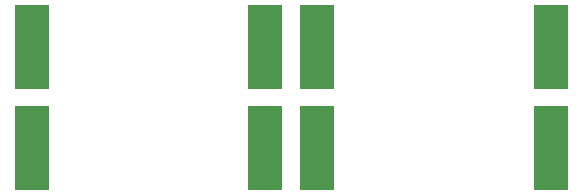
<source format=gtp>
G04*
G04 #@! TF.GenerationSoftware,Altium Limited,Altium Designer,19.1.5 (86)*
G04*
G04 Layer_Color=8421504*
%FSLAX25Y25*%
%MOIN*%
G70*
G01*
G75*
%ADD11R,0.11811X0.28150*%
D11*
X88976Y20866D02*
D03*
X11024D02*
D03*
X106299D02*
D03*
X184252D02*
D03*
X88976Y54724D02*
D03*
X11024D02*
D03*
X106299D02*
D03*
X184252D02*
D03*
M02*

</source>
